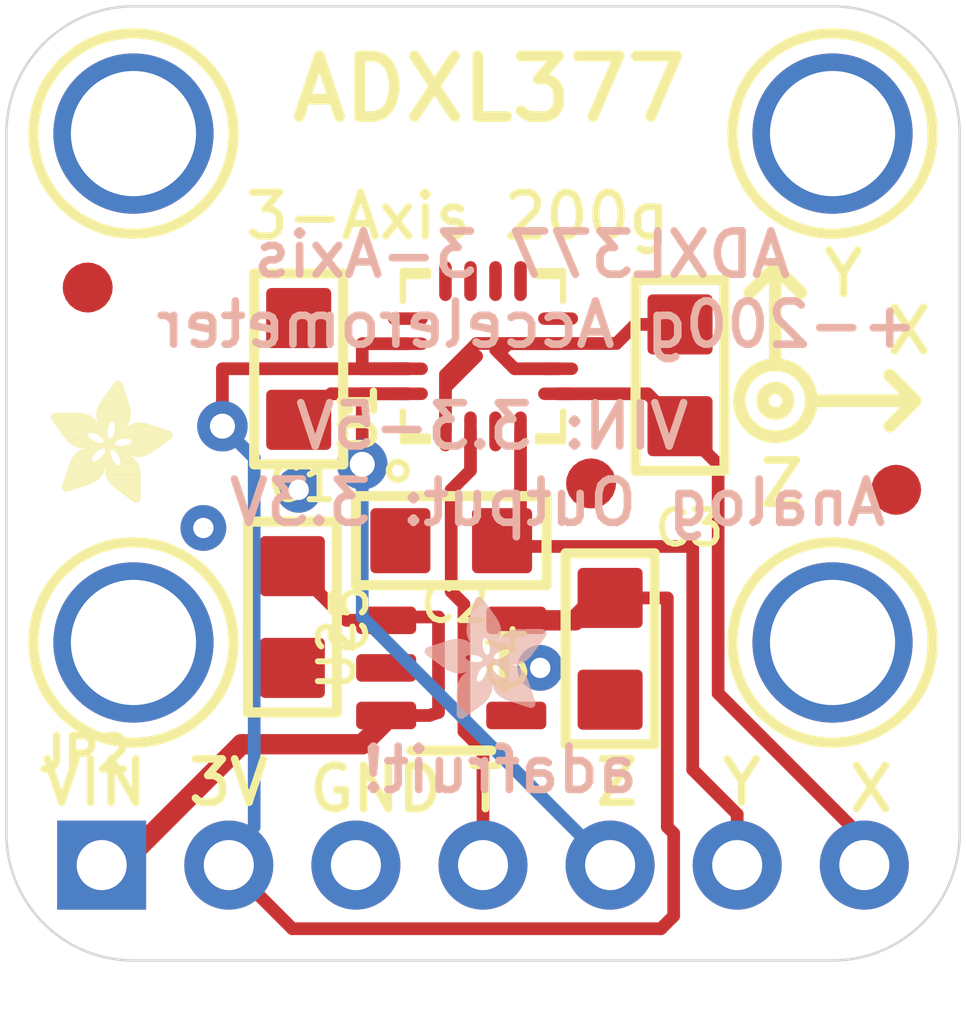
<source format=kicad_pcb>
(kicad_pcb (version 20211014) (generator pcbnew)
  (layers (0 "F.Cu" signal) (31 "B.Cu" signal) (34 "B.Paste" user) (35 "F.Paste" user) (36 "B.SilkS" user "B.Silkscreen") (37 "F.SilkS" user "F.Silkscreen") (38 "B.Mask" user) (39 "F.Mask" user) (44 "Edge.Cuts" user))
  (net 0 "")
  (net 1 "VIN")
  (net 2 "3.3V")
  (net 3 "GND")
  (net 4 "SELFTEST")
  (net 5 "ZOUT")
  (net 6 "YOUT")
  (net 7 "XOUT")
  (footprint "boardEagle:MOUNTINGHOLE_2.5_PLATED" (layer "F.Cu") (at 155.4861 98.0186)
    (fp_text reference "U$2" hide)
    (fp_text value "MOUNTINGHOLE2.5" hide)
    (pad "P$1" thru_hole circle (at 0 0) (size 3.2 3.2) (drill 2.5) (layers *.Cu *.Mask))
  )
  (footprint "boardEagle:ADAFRUIT_2.5MM" (layer "F.Cu") (at 139.8651 105.3846)
    (fp_text reference "U$16" hide)
    (fp_text value "" hide)
  )
  (footprint "boardEagle:FIDUCIAL_1MM" (layer "F.Cu") (at 140.6017 101.092)
    (fp_text reference "FID1" hide)
    (fp_text value "FIDUCIAL\"\"" hide)
    (pad "1" smd roundrect (at 0 0) (size 1 1) (layers "F.Cu" "F.Mask") (roundrect_rratio 0.5))
  )
  (footprint "boardEagle:LFCSP16_LQ" (layer "F.Cu") (at 148.5011 102.4636 90)
    (fp_text reference "U1" (at -2 -2.1 90) (layer "F.SilkS") (effects (font (size 0.666496 0.666496) (thickness 0.146304)) (justify left bottom)))
    (fp_text value "ADXL377")
    (pad "1" smd roundrect (at -1.5004 -0.75 90) (size 0.8 0.25) (layers "F.Cu" "F.Paste" "F.Mask") (roundrect_rratio 0.5) (net 3 "GND"))
    (pad "2" smd roundrect (at -1.5004 -0.25 90) (size 0.8 0.25) (layers "F.Cu" "F.Paste" "F.Mask") (roundrect_rratio 0.5) (net 4 "SELFTEST"))
    (pad "3" smd roundrect (at -1.5004 0.25 90) (size 0.8 0.25) (layers "F.Cu" "F.Paste" "F.Mask") (roundrect_rratio 0.5) (net 3 "GND"))
    (pad "4" smd roundrect (at -1.5004 0.75 90) (size 0.8 0.25) (layers "F.Cu" "F.Paste" "F.Mask") (roundrect_rratio 0.5) (net 6 "YOUT"))
    (pad "5" smd roundrect (at -0.75 1.5004 180) (size 0.8 0.25) (layers "F.Cu" "F.Paste" "F.Mask") (roundrect_rratio 0.5) (net 7 "XOUT"))
    (pad "6" smd roundrect (at -0.25 1.5004 180) (size 0.8 0.25) (layers "F.Cu" "F.Paste" "F.Mask") (roundrect_rratio 0.5) (net 3 "GND"))
    (pad "7" smd roundrect (at 0.25 1.5004 180) (size 0.8 0.25) (layers "F.Cu" "F.Paste" "F.Mask") (roundrect_rratio 0.5) (net 3 "GND"))
    (pad "8" smd roundrect (at 0.75 1.5004 180) (size 0.8 0.25) (layers "F.Cu" "F.Paste" "F.Mask") (roundrect_rratio 0.5))
    (pad "9" smd roundrect (at 1.5004 0.75 270) (size 0.8 0.25) (layers "F.Cu" "F.Paste" "F.Mask") (roundrect_rratio 0.5))
    (pad "10" smd roundrect (at 1.5004 0.25 270) (size 0.8 0.25) (layers "F.Cu" "F.Paste" "F.Mask") (roundrect_rratio 0.5))
    (pad "11" smd roundrect (at 1.5004 -0.25 270) (size 0.8 0.25) (layers "F.Cu" "F.Paste" "F.Mask") (roundrect_rratio 0.5))
    (pad "12" smd roundrect (at 1.5004 -0.75 270) (size 0.8 0.25) (layers "F.Cu" "F.Paste" "F.Mask") (roundrect_rratio 0.5))
    (pad "13" smd roundrect (at 0.75 -1.5004) (size 0.8 0.25) (layers "F.Cu" "F.Paste" "F.Mask") (roundrect_rratio 0.5))
    (pad "14" smd roundrect (at 0.25 -1.5004) (size 0.8 0.25) (layers "F.Cu" "F.Paste" "F.Mask") (roundrect_rratio 0.5) (net 2 "3.3V"))
    (pad "15" smd roundrect (at -0.25 -1.5004) (size 0.8 0.25) (layers "F.Cu" "F.Paste" "F.Mask") (roundrect_rratio 0.5) (net 2 "3.3V"))
    (pad "16" smd roundrect (at -0.75 -1.5004) (size 0.8 0.25) (layers "F.Cu" "F.Paste" "F.Mask") (roundrect_rratio 0.5) (net 5 "ZOUT"))
  )
  (footprint "boardEagle:_0805" (layer "F.Cu") (at 147.8661 106.1466 180)
    (fp_text reference "C2" (at -0.8255 -1.27) (layer "F.SilkS") (effects (font (size 0.692831 0.692831) (thickness 0.119969)) (justify right)))
    (fp_text value "0.01uF")
    (pad "1" smd roundrect (at -1.016 0 180) (size 1.2 1.3) (layers "F.Cu" "F.Paste" "F.Mask") (roundrect_rratio 0.08466666667) (net 6 "YOUT"))
    (pad "2" smd roundrect (at 1.016 0 180) (size 1.2 1.3) (layers "F.Cu" "F.Paste" "F.Mask") (roundrect_rratio 0.08466666667) (net 3 "GND"))
  )
  (footprint "boardEagle:SOT23-5" (layer "F.Cu") (at 147.8661 108.6866 -90)
    (fp_text reference "U2" (at 0.508 2.286 90) (layer "F.SilkS") (effects (font (size 0.692831 0.692831) (thickness 0.119969)) (justify left)))
    (fp_text value "RT9193")
    (pad "1" smd roundrect (at -0.95 1.3001 270) (size 0.55 1.2) (layers "F.Cu" "F.Paste" "F.Mask") (roundrect_rratio 0.1847272727) (net 1 "VIN"))
    (pad "2" smd roundrect (at 0 1.3001 270) (size 0.55 1.2) (layers "F.Cu" "F.Paste" "F.Mask") (roundrect_rratio 0.1847272727) (net 3 "GND"))
    (pad "3" smd roundrect (at 0.95 1.3001 270) (size 0.55 1.2) (layers "F.Cu" "F.Paste" "F.Mask") (roundrect_rratio 0.1847272727) (net 1 "VIN"))
    (pad "4" smd roundrect (at 0.95 -1.3001 270) (size 0.55 1.2) (layers "F.Cu" "F.Paste" "F.Mask") (roundrect_rratio 0.1847272727))
    (pad "5" smd roundrect (at -0.95 -1.3001 270) (size 0.55 1.2) (layers "F.Cu" "F.Paste" "F.Mask") (roundrect_rratio 0.1847272727) (net 2 "3.3V"))
  )
  (footprint "boardEagle:_0805" (layer "F.Cu") (at 144.6911 107.6706 -90)
    (fp_text reference "C5" (at -0.6985 -1.143 90) (layer "F.SilkS") (effects (font (size 0.692831 0.692831) (thickness 0.119969)) (justify right)))
    (fp_text value "10µF")
    (pad "1" smd roundrect (at -1.016 0 270) (size 1.2 1.3) (layers "F.Cu" "F.Paste" "F.Mask") (roundrect_rratio 0.08466666667) (net 1 "VIN"))
    (pad "2" smd roundrect (at 1.016 0 270) (size 1.2 1.3) (layers "F.Cu" "F.Paste" "F.Mask") (roundrect_rratio 0.08466666667) (net 3 "GND"))
  )
  (footprint "boardEagle:FIDUCIAL_1MM" (layer "F.Cu") (at 156.7561 105.1306)
    (fp_text reference "FID2" hide)
    (fp_text value "FIDUCIAL\"\"" hide)
    (pad "1" smd roundrect (at 0 0) (size 1 1) (layers "F.Cu" "F.Mask") (roundrect_rratio 0.5))
  )
  (footprint "boardEagle:_0805" (layer "F.Cu") (at 152.4381 102.8446 90)
    (fp_text reference "C3" (at -3.048 -0.5715) (layer "F.SilkS") (effects (font (size 0.692831 0.692831) (thickness 0.119969)) (justify left)))
    (fp_text value "0.01uF")
    (pad "1" smd roundrect (at -1.016 0 90) (size 1.2 1.3) (layers "F.Cu" "F.Paste" "F.Mask") (roundrect_rratio 0.08466666667) (net 7 "XOUT"))
    (pad "2" smd roundrect (at 1.016 0 90) (size 1.2 1.3) (layers "F.Cu" "F.Paste" "F.Mask") (roundrect_rratio 0.08466666667) (net 3 "GND"))
  )
  (footprint "boardEagle:FIDUCIAL_1MM" (layer "F.Cu") (at 150.6601 105.0036)
    (fp_text reference "FID3" hide)
    (fp_text value "FIDUCIAL\"\"" hide)
    (pad "1" smd roundrect (at 0 0) (size 1 1) (layers "F.Cu" "F.Mask") (roundrect_rratio 0.5))
  )
  (footprint "boardEagle:MOUNTINGHOLE_2.5_PLATED" (layer "F.Cu") (at 141.5161 98.0186)
    (fp_text reference "U$3" hide)
    (fp_text value "MOUNTINGHOLE2.5" hide)
    (pad "P$1" thru_hole circle (at 0 0) (size 3.2 3.2) (drill 2.5) (layers *.Cu *.Mask))
  )
  (footprint "boardEagle:_0805" (layer "F.Cu") (at 144.8181 102.7176 90)
    (fp_text reference "C1" (at -2.286 0.8255) (layer "F.SilkS") (effects (font (size 0.692831 0.692831) (thickness 0.119969)) (justify right)))
    (fp_text value "0.01uF")
    (pad "1" smd roundrect (at -1.016 0 90) (size 1.2 1.3) (layers "F.Cu" "F.Paste" "F.Mask") (roundrect_rratio 0.08466666667) (net 5 "ZOUT"))
    (pad "2" smd roundrect (at 1.016 0 90) (size 1.2 1.3) (layers "F.Cu" "F.Paste" "F.Mask") (roundrect_rratio 0.08466666667) (net 3 "GND"))
  )
  (footprint "boardEagle:MOUNTINGHOLE_2.5_PLATED" (layer "F.Cu") (at 141.5161 108.1786)
    (fp_text reference "U$17" hide)
    (fp_text value "MOUNTINGHOLE2.5" hide)
    (pad "P$1" thru_hole circle (at 0 0) (size 3.2 3.2) (drill 2.5) (layers *.Cu *.Mask))
  )
  (footprint "boardEagle:_0805" (layer "F.Cu") (at 151.0411 108.3056 -90)
    (fp_text reference "C4" (at -0.5715 2.032 90) (layer "F.SilkS") (effects (font (size 0.692831 0.692831) (thickness 0.119969)) (justify right)))
    (fp_text value "10µF")
    (pad "1" smd roundrect (at -1.016 0 270) (size 1.2 1.3) (layers "F.Cu" "F.Paste" "F.Mask") (roundrect_rratio 0.08466666667) (net 2 "3.3V"))
    (pad "2" smd roundrect (at 1.016 0 270) (size 1.2 1.3) (layers "F.Cu" "F.Paste" "F.Mask") (roundrect_rratio 0.08466666667) (net 3 "GND"))
  )
  (footprint "boardEagle:MOUNTINGHOLE_2.5_PLATED" (layer "F.Cu") (at 155.4861 108.1786)
    (fp_text reference "U$18" hide)
    (fp_text value "MOUNTINGHOLE2.5" hide)
    (pad "P$1" thru_hole circle (at 0 0) (size 3.2 3.2) (drill 2.5) (layers *.Cu *.Mask))
  )
  (footprint "boardEagle:1X07_ROUND_70" (layer "F.Cu") (at 148.5011 112.6236)
    (fp_text reference "JP2" (at -8.9662 -1.8288) (layer "F.SilkS") (effects (font (size 0.666496 0.666496) (thickness 0.146304)) (justify left bottom)))
    (fp_text value "")
    (pad "1" thru_hole rect (at -7.62 0 90) (size 1.778 1.778) (drill 1) (layers *.Cu *.Mask) (net 1 "VIN"))
    (pad "2" thru_hole circle (at -5.08 0 90) (size 1.778 1.778) (drill 1) (layers *.Cu *.Mask) (net 2 "3.3V"))
    (pad "3" thru_hole circle (at -2.54 0 90) (size 1.778 1.778) (drill 1) (layers *.Cu *.Mask) (net 3 "GND"))
    (pad "4" thru_hole circle (at 0 0 90) (size 1.778 1.778) (drill 1) (layers *.Cu *.Mask) (net 4 "SELFTEST"))
    (pad "5" thru_hole circle (at 2.54 0 90) (size 1.778 1.778) (drill 1) (layers *.Cu *.Mask) (net 5 "ZOUT"))
    (pad "6" thru_hole circle (at 5.08 0 90) (size 1.778 1.778) (drill 1) (layers *.Cu *.Mask) (net 6 "YOUT"))
    (pad "7" thru_hole circle (at 7.62 0 90) (size 1.778 1.778) (drill 1) (layers *.Cu *.Mask) (net 7 "XOUT"))
  )
  (footprint "boardEagle:ADAFRUIT_2.5MM" (layer "B.Cu") (at 149.7711 109.7026 180)
    (fp_text reference "U$19" hide)
    (fp_text value "" hide)
  )
  (gr_line (start 155.1051 103.3526) (end 157.1371 103.3526) (layer "F.SilkS") (width 0.254))
  (gr_circle (center 154.3431 103.3526) (end 154.5971 103.3526) (layer "F.SilkS") (width 0.254) (fill none))
  (gr_line (start 154.3431 102.5906) (end 154.3431 100.6856) (layer "F.SilkS") (width 0.254))
  (gr_circle (center 154.3431 103.3526) (end 155.061518 103.3526) (layer "F.SilkS") (width 0.254) (fill none))
  (gr_line (start 154.3431 100.6856) (end 153.8351 101.1936) (layer "F.SilkS") (width 0.254))
  (gr_line (start 157.1371 103.3526) (end 156.6291 103.8606) (layer "F.SilkS") (width 0.254))
  (gr_line (start 154.3431 100.6856) (end 154.8511 101.1936) (layer "F.SilkS") (width 0.254))
  (gr_line (start 156.6291 102.8446) (end 157.1371 103.3526) (layer "F.SilkS") (width 0.254))
  (gr_line (start 155.4861 114.5286) (end 141.5161 114.5286) (layer "Edge.Cuts") (width 0.05))
  (gr_arc (start 155.4861 95.4786) (mid 157.282151 96.222549) (end 158.0261 98.0186) (layer "Edge.Cuts") (width 0.05))
  (gr_line (start 141.5161 95.4786) (end 155.4861 95.4786) (layer "Edge.Cuts") (width 0.05))
  (gr_arc (start 138.9761 98.0186) (mid 139.720049 96.222549) (end 141.5161 95.4786) (layer "Edge.Cuts") (width 0.05))
  (gr_line (start 138.9761 111.9886) (end 138.9761 98.0186) (layer "Edge.Cuts") (width 0.05))
  (gr_arc (start 158.0261 111.9886) (mid 157.282151 113.784651) (end 155.4861 114.5286) (layer "Edge.Cuts") (width 0.05))
  (gr_arc (start 141.5161 114.5286) (mid 139.720049 113.784651) (end 138.9761 111.9886) (layer "Edge.Cuts") (width 0.05))
  (gr_line (start 158.0261 98.0186) (end 158.0261 111.9886) (layer "Edge.Cuts") (width 0.05))
  (gr_text "Analog Output: 3.3V" (at 156.6291 105.8926) (layer "B.SilkS") (effects (font (size 0.8636 0.8636) (thickness 0.1524)) (justify left bottom mirror)))
  (gr_text "ADXL377 3-Axis" (at 154.7241 100.9396) (layer "B.SilkS") (effects (font (size 0.8636 0.8636) (thickness 0.1524)) (justify left bottom mirror)))
  (gr_text "adafruit!" (at 151.6761 111.2266) (layer "B.SilkS") (effects (font (size 0.8636 0.8636) (thickness 0.1524)) (justify left bottom mirror)))
  (gr_text "VIN: 3.3-5V" (at 152.6921 104.3686) (layer "B.SilkS") (effects (font (size 0.8636 0.8636) (thickness 0.1524)) (justify left bottom mirror)))
  (gr_text "+-200g Accelerometer" (at 157.2641 102.3366) (layer "B.SilkS") (effects (font (size 0.8636 0.8636) (thickness 0.1524)) (justify left bottom mirror)))
  (gr_text "VIN" (at 139.6111 111.4806) (layer "F.SilkS") (effects (font (size 0.8636 0.8636) (thickness 0.1524)) (justify left bottom)))
  (gr_text "Y" (at 155.2321 101.3206) (layer "F.SilkS") (effects (font (size 0.8636 0.8636) (thickness 0.1524)) (justify left bottom)))
  (gr_text "X" (at 156.5021 102.4636) (layer "F.SilkS") (effects (font (size 0.8636 0.8636) (thickness 0.1524)) (justify left bottom)))
  (gr_text "3V" (at 142.5321 111.4806) (layer "F.SilkS") (effects (font (size 0.8636 0.8636) (thickness 0.1524)) (justify left bottom)))
  (gr_text "GND" (at 144.9451 111.6076) (layer "F.SilkS") (effects (font (size 0.8636 0.8636) (thickness 0.1524)) (justify left bottom)))
  (gr_text "Y" (at 153.2001 111.4806) (layer "F.SilkS") (effects (font (size 0.8636 0.8636) (thickness 0.1524)) (justify left bottom)))
  (gr_text "X" (at 155.7401 111.6076) (layer "F.SilkS") (effects (font (size 0.8636 0.8636) (thickness 0.1524)) (justify left bottom)))
  (gr_text "Z" (at 153.9621 105.5116) (layer "F.SilkS") (effects (font (size 0.8636 0.8636) (thickness 0.1524)) (justify left bottom)))
  (gr_text "T" (at 148.1201 111.6076) (layer "F.SilkS") (effects (font (size 0.8636 0.8636) (thickness 0.1524)) (justify left bottom)))
  (gr_text "3-Axis 200g" (at 143.6751 100.1776) (layer "F.SilkS") (effects (font (size 0.87376 0.87376) (thickness 0.14224)) (justify left bottom)))
  (gr_text "Z" (at 150.6601 111.4806) (layer "F.SilkS") (effects (font (size 0.8636 0.8636) (thickness 0.1524)) (justify left bottom)))
  (gr_text "ADXL377" (at 148.6281 97.1296) (layer "F.SilkS") (effects (font (size 1.20904 1.20904) (thickness 0.21336))))
  (segment (start 141.2621 112.6236) (end 140.8811 112.6236) (width 0.4064) (layer "F.Cu") (net 1))
  (segment (start 146.566 109.6366) (end 147.4241 109.6366) (width 0.254) (layer "F.Cu") (net 1))
  (segment (start 146.0881 110.2106) (end 146.6621 109.6366) (width 0.4064) (layer "F.Cu") (net 1))
  (segment (start 147.6121 109.5756) (end 147.6121 107.6706) (width 0.254) (layer "F.Cu") (net 1))
  (segment (start 145.7731 107.7366) (end 144.6911 106.6546) (width 0.254) (layer "F.Cu") (net 1))
  (segment (start 147.4241 109.6366) (end 147.6121 109.5756) (width 0.254) (layer "F.Cu") (net 1))
  (segment (start 143.6751 110.2106) (end 141.2621 112.6236) (width 0.4064) (layer "F.Cu") (net 1))
  (segment (start 146.6621 109.6366) (end 146.566 109.6366) (width 0.4064) (layer "F.Cu") (net 1))
  (segment (start 147.14 107.6706) (end 146.566 107.7366) (width 0.254) (layer "F.Cu") (net 1))
  (segment (start 147.6121 107.6706) (end 147.14 107.6706) (width 0.254) (layer "F.Cu") (net 1))
  (segment (start 143.6751 110.2106) (end 146.0881 110.2106) (width 0.4064) (layer "F.Cu") (net 1))
  (segment (start 147.1041 107.6706) (end 147.14 107.6706) (width 0.254) (layer "F.Cu") (net 1))
  (segment (start 146.566 107.7366) (end 145.7731 107.7366) (width 0.254) (layer "F.Cu") (net 1))
  (segment (start 144.6911 113.8936) (end 143.4211 112.6236) (width 0.254) (layer "F.Cu") (net 2))
  (segment (start 143.2941 102.7136) (end 143.2941 103.8606) (width 0.254) (layer "F.Cu") (net 2))
  (segment (start 151.1681 106.9086) (end 151.0411 107.2896) (width 0.4064) (layer "F.Cu") (net 2))
  (segment (start 150.3401 107.7366) (end 151.1681 106.9086) (width 0.4064) (layer "F.Cu") (net 2))
  (segment (start 147.0007 102.2136) (end 146.0881 102.2136) (width 0.254) (layer "F.Cu") (net 2))
  (segment (start 149.1662 107.7366) (end 150.3401 107.7366) (width 0.4064) (layer "F.Cu") (net 2))
  (segment (start 146.0881 102.7136) (end 146.0881 102.2136) (width 0.254) (layer "F.Cu") (net 2))
  (segment (start 147.0007 102.7136) (end 143.2941 102.7136) (width 0.254) (layer "F.Cu") (net 2))
  (segment (start 147.0007 102.7136) (end 146.0881 102.7136) (width 0.254) (layer "F.Cu") (net 2))
  (segment (start 152.1841 107.2896) (end 151.0411 107.2896) (width 0.254) (layer "F.Cu") (net 2))
  (segment (start 152.1841 111.8616) (end 152.1841 107.2896) (width 0.254) (layer "F.Cu") (net 2))
  (segment (start 152.3111 113.6396) (end 152.0571 113.8936) (width 0.254) (layer "F.Cu") (net 2))
  (segment (start 152.1841 111.8616) (end 152.3111 111.9886) (width 0.254) (layer "F.Cu") (net 2))
  (segment (start 152.0571 113.8936) (end 144.6911 113.8936) (width 0.254) (layer "F.Cu") (net 2))
  (segment (start 152.3111 111.9886) (end 152.3111 113.6396) (width 0.254) (layer "F.Cu") (net 2))
  (via (at 143.2941 103.8606) (size 1.008) (drill 0.5) (layers "F.Cu" "B.Cu") (net 2))
  (segment (start 143.9291 111.8616) (end 143.4211 112.3696) (width 0.254) (layer "B.Cu") (net 2))
  (segment (start 143.4211 112.3696) (end 143.4211 112.6236) (width 0.254) (layer "B.Cu") (net 2))
  (segment (start 143.9291 104.4956) (end 143.9291 111.8616) (width 0.254) (layer "B.Cu") (net 2))
  (segment (start 143.2941 103.8606) (end 143.9291 104.4956) (width 0.254) (layer "B.Cu") (net 2))
  (segment (start 147.7511 102.8326) (end 148.3741 102.2096) (width 0.254) (layer "F.Cu") (net 3))
  (segment (start 149.1321 102.7136) (end 148.8186 102.4001) (width 0.254) (layer "F.Cu") (net 3))
  (segment (start 151.1681 102.2096) (end 151.5491 101.8286) (width 0.254) (layer "F.Cu") (net 3))
  (segment (start 147.7511 103.964) (end 147.7511 102.8326) (width 0.254) (layer "F.Cu") (net 3))
  (segment (start 148.8186 102.4001) (end 148.7551 102.3366) (width 0.254) (layer "F.Cu") (net 3))
  (segment (start 151.5491 101.8286) (end 152.4381 101.8286) (width 0.254) (layer "F.Cu") (net 3))
  (segment (start 150.0015 102.2136) (end 149.0051 102.2136) (width 0.254) (layer "F.Cu") (net 3))
  (segment (start 150.0015 102.7136) (end 149.1321 102.7136) (width 0.254) (layer "F.Cu") (net 3))
  (segment (start 149.0051 102.2136) (end 148.8186 102.4001) (width 0.254) (layer "F.Cu") (net 3))
  (segment (start 147.7511 103.964) (end 147.7511 103.0866) (width 0.254) (layer "F.Cu") (net 3))
  (segment (start 148.3741 102.2096) (end 151.1681 102.2096) (width 0.254) (layer "F.Cu") (net 3))
  (segment (start 147.7511 103.0866) (end 148.3741 102.4636) (width 0.254) (layer "F.Cu") (net 3))
  (via (at 142.9131 105.8926) (size 0.9144) (drill 0.4064) (layers "F.Cu" "B.Cu") (net 3))
  (via (at 144.8181 105.1306) (size 0.9144) (drill 0.4064) (layers "F.Cu" "B.Cu") (net 3))
  (via (at 149.6441 108.6866) (size 0.9144) (drill 0.4064) (layers "F.Cu" "B.Cu") (net 3))
  (segment (start 148.1201 107.4166) (end 148.1201 109.9566) (width 0.254) (layer "F.Cu") (net 4))
  (segment (start 148.5011 110.3376) (end 148.5011 112.6236) (width 0.254) (layer "F.Cu") (net 4))
  (segment (start 148.1201 109.9566) (end 148.5011 110.3376) (width 0.254) (layer "F.Cu") (net 4))
  (segment (start 147.8661 105.1306) (end 147.8661 107.1626) (width 0.254) (layer "F.Cu") (net 4))
  (segment (start 148.2511 104.7456) (end 147.8661 105.1306) (width 0.254) (layer "F.Cu") (net 4))
  (segment (start 147.8661 107.1626) (end 148.1201 107.4166) (width 0.254) (layer "F.Cu") (net 4))
  (segment (start 148.2511 103.964) (end 148.2511 104.7456) (width 0.254) (layer "F.Cu") (net 4))
  (segment (start 147.0007 103.2136) (end 146.0881 103.2136) (width 0.254) (layer "F.Cu") (net 5))
  (segment (start 145.4651 103.2136) (end 144.8181 103.7336) (width 0.254) (layer "F.Cu") (net 5))
  (segment (start 146.0881 103.2136) (end 146.0881 104.6226) (width 0.254) (layer "F.Cu") (net 5))
  (segment (start 147.0007 103.2136) (end 145.4651 103.2136) (width 0.254) (layer "F.Cu") (net 5))
  (via (at 146.0881 104.6226) (size 1.008) (drill 0.5) (layers "F.Cu" "B.Cu") (net 5))
  (segment (start 151.0411 112.6236) (end 146.0881 107.6706) (width 0.254) (layer "B.Cu") (net 5))
  (segment (start 146.0881 107.6706) (end 146.0881 104.6226) (width 0.254) (layer "B.Cu") (net 5))
  (segment (start 149.2511 106.2616) (end 152.6921 106.2616) (width 0.254) (layer "F.Cu") (net 6))
  (segment (start 152.6921 110.7186) (end 153.5811 111.6076) (width 0.254) (layer "F.Cu") (net 6))
  (segment (start 153.5811 111.6076) (end 153.5811 112.6236) (width 0.254) (layer "F.Cu") (net 6))
  (segment (start 149.2511 106.2616) (end 148.8821 106.1466) (width 0.254) (layer "F.Cu") (net 6))
  (segment (start 152.6921 106.2616) (end 152.6921 110.7186) (width 0.254) (layer "F.Cu") (net 6))
  (segment (start 149.2511 103.964) (end 149.2511 106.2616) (width 0.254) (layer "F.Cu") (net 6))
  (segment (start 153.2001 104.6226) (end 153.2001 109.1946) (width 0.254) (layer "F.Cu") (net 7))
  (segment (start 153.2001 109.1946) (end 156.1211 112.1156) (width 0.254) (layer "F.Cu") (net 7))
  (segment (start 152.4381 103.8606) (end 153.2001 104.6226) (width 0.254) (layer "F.Cu") (net 7))
  (segment (start 156.1211 112.1156) (end 156.1211 112.6236) (width 0.254) (layer "F.Cu") (net 7))
  (segment (start 150.0015 103.2136) (end 151.7911 103.2136) (width 0.254) (layer "F.Cu") (net 7))
  (segment (start 151.7911 103.2136) (end 152.4381 103.8606) (width 0.254) (layer "F.Cu") (net 7))
)
</source>
